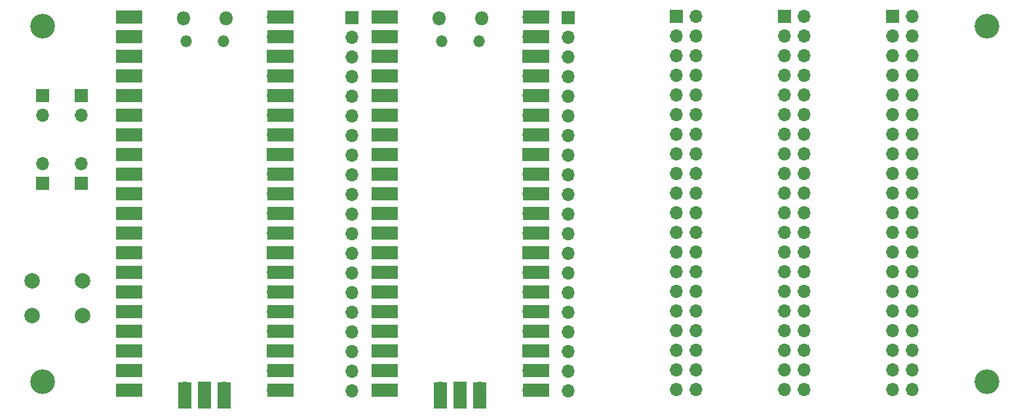
<source format=gbr>
%TF.GenerationSoftware,KiCad,Pcbnew,(6.0.8)*%
%TF.CreationDate,2022-10-02T10:43:25+09:00*%
%TF.ProjectId,KiCad,4b694361-642e-46b6-9963-61645f706362,rev?*%
%TF.SameCoordinates,Original*%
%TF.FileFunction,Soldermask,Top*%
%TF.FilePolarity,Negative*%
%FSLAX46Y46*%
G04 Gerber Fmt 4.6, Leading zero omitted, Abs format (unit mm)*
G04 Created by KiCad (PCBNEW (6.0.8)) date 2022-10-02 10:43:25*
%MOMM*%
%LPD*%
G01*
G04 APERTURE LIST*
%ADD10O,1.500000X1.500000*%
%ADD11O,1.800000X1.800000*%
%ADD12O,1.700000X1.700000*%
%ADD13R,3.500000X1.700000*%
%ADD14R,1.700000X1.700000*%
%ADD15R,1.700000X3.500000*%
%ADD16C,3.200000*%
%ADD17C,2.000000*%
G04 APERTURE END LIST*
D10*
%TO.C,U1*%
X129425000Y-61030000D03*
D11*
X129725000Y-58000000D03*
D10*
X124575000Y-61030000D03*
D11*
X124275000Y-58000000D03*
D12*
X118110000Y-57870000D03*
D13*
X117210000Y-57870000D03*
D12*
X118110000Y-60410000D03*
D13*
X117210000Y-60410000D03*
X117210000Y-62950000D03*
D14*
X118110000Y-62950000D03*
D12*
X118110000Y-65490000D03*
D13*
X117210000Y-65490000D03*
D12*
X118110000Y-68030000D03*
D13*
X117210000Y-68030000D03*
D12*
X118110000Y-70570000D03*
D13*
X117210000Y-70570000D03*
D12*
X118110000Y-73110000D03*
D13*
X117210000Y-73110000D03*
D14*
X118110000Y-75650000D03*
D13*
X117210000Y-75650000D03*
D12*
X118110000Y-78190000D03*
D13*
X117210000Y-78190000D03*
X117210000Y-80730000D03*
D12*
X118110000Y-80730000D03*
D13*
X117210000Y-83270000D03*
D12*
X118110000Y-83270000D03*
D13*
X117210000Y-85810000D03*
D12*
X118110000Y-85810000D03*
D14*
X118110000Y-88350000D03*
D13*
X117210000Y-88350000D03*
D12*
X118110000Y-90890000D03*
D13*
X117210000Y-90890000D03*
D12*
X118110000Y-93430000D03*
D13*
X117210000Y-93430000D03*
X117210000Y-95970000D03*
D12*
X118110000Y-95970000D03*
X118110000Y-98510000D03*
D13*
X117210000Y-98510000D03*
X117210000Y-101050000D03*
D14*
X118110000Y-101050000D03*
D13*
X117210000Y-103590000D03*
D12*
X118110000Y-103590000D03*
D13*
X117210000Y-106130000D03*
D12*
X118110000Y-106130000D03*
X135890000Y-106130000D03*
D13*
X136790000Y-106130000D03*
X136790000Y-103590000D03*
D12*
X135890000Y-103590000D03*
D14*
X135890000Y-101050000D03*
D13*
X136790000Y-101050000D03*
X136790000Y-98510000D03*
D12*
X135890000Y-98510000D03*
D13*
X136790000Y-95970000D03*
D12*
X135890000Y-95970000D03*
X135890000Y-93430000D03*
D13*
X136790000Y-93430000D03*
D12*
X135890000Y-90890000D03*
D13*
X136790000Y-90890000D03*
D14*
X135890000Y-88350000D03*
D13*
X136790000Y-88350000D03*
D12*
X135890000Y-85810000D03*
D13*
X136790000Y-85810000D03*
X136790000Y-83270000D03*
D12*
X135890000Y-83270000D03*
X135890000Y-80730000D03*
D13*
X136790000Y-80730000D03*
D12*
X135890000Y-78190000D03*
D13*
X136790000Y-78190000D03*
X136790000Y-75650000D03*
D14*
X135890000Y-75650000D03*
D12*
X135890000Y-73110000D03*
D13*
X136790000Y-73110000D03*
D12*
X135890000Y-70570000D03*
D13*
X136790000Y-70570000D03*
X136790000Y-68030000D03*
D12*
X135890000Y-68030000D03*
D13*
X136790000Y-65490000D03*
D12*
X135890000Y-65490000D03*
D13*
X136790000Y-62950000D03*
D14*
X135890000Y-62950000D03*
D13*
X136790000Y-60410000D03*
D12*
X135890000Y-60410000D03*
X135890000Y-57870000D03*
D13*
X136790000Y-57870000D03*
D15*
X124460000Y-106800000D03*
D12*
X124460000Y-105900000D03*
D15*
X127000000Y-106800000D03*
D14*
X127000000Y-105900000D03*
D12*
X129540000Y-105900000D03*
D15*
X129540000Y-106800000D03*
%TD*%
D10*
%TO.C,U2*%
X96405000Y-61030000D03*
X91555000Y-61030000D03*
D11*
X91255000Y-58000000D03*
X96705000Y-58000000D03*
D13*
X84190000Y-57870000D03*
D12*
X85090000Y-57870000D03*
D13*
X84190000Y-60410000D03*
D12*
X85090000Y-60410000D03*
D14*
X85090000Y-62950000D03*
D13*
X84190000Y-62950000D03*
D12*
X85090000Y-65490000D03*
D13*
X84190000Y-65490000D03*
X84190000Y-68030000D03*
D12*
X85090000Y-68030000D03*
D13*
X84190000Y-70570000D03*
D12*
X85090000Y-70570000D03*
X85090000Y-73110000D03*
D13*
X84190000Y-73110000D03*
D14*
X85090000Y-75650000D03*
D13*
X84190000Y-75650000D03*
D12*
X85090000Y-78190000D03*
D13*
X84190000Y-78190000D03*
D12*
X85090000Y-80730000D03*
D13*
X84190000Y-80730000D03*
X84190000Y-83270000D03*
D12*
X85090000Y-83270000D03*
D13*
X84190000Y-85810000D03*
D12*
X85090000Y-85810000D03*
D14*
X85090000Y-88350000D03*
D13*
X84190000Y-88350000D03*
X84190000Y-90890000D03*
D12*
X85090000Y-90890000D03*
X85090000Y-93430000D03*
D13*
X84190000Y-93430000D03*
X84190000Y-95970000D03*
D12*
X85090000Y-95970000D03*
X85090000Y-98510000D03*
D13*
X84190000Y-98510000D03*
X84190000Y-101050000D03*
D14*
X85090000Y-101050000D03*
D12*
X85090000Y-103590000D03*
D13*
X84190000Y-103590000D03*
X84190000Y-106130000D03*
D12*
X85090000Y-106130000D03*
X102870000Y-106130000D03*
D13*
X103770000Y-106130000D03*
X103770000Y-103590000D03*
D12*
X102870000Y-103590000D03*
D14*
X102870000Y-101050000D03*
D13*
X103770000Y-101050000D03*
D12*
X102870000Y-98510000D03*
D13*
X103770000Y-98510000D03*
D12*
X102870000Y-95970000D03*
D13*
X103770000Y-95970000D03*
X103770000Y-93430000D03*
D12*
X102870000Y-93430000D03*
D13*
X103770000Y-90890000D03*
D12*
X102870000Y-90890000D03*
D14*
X102870000Y-88350000D03*
D13*
X103770000Y-88350000D03*
X103770000Y-85810000D03*
D12*
X102870000Y-85810000D03*
X102870000Y-83270000D03*
D13*
X103770000Y-83270000D03*
X103770000Y-80730000D03*
D12*
X102870000Y-80730000D03*
D13*
X103770000Y-78190000D03*
D12*
X102870000Y-78190000D03*
D13*
X103770000Y-75650000D03*
D14*
X102870000Y-75650000D03*
D13*
X103770000Y-73110000D03*
D12*
X102870000Y-73110000D03*
D13*
X103770000Y-70570000D03*
D12*
X102870000Y-70570000D03*
X102870000Y-68030000D03*
D13*
X103770000Y-68030000D03*
X103770000Y-65490000D03*
D12*
X102870000Y-65490000D03*
D14*
X102870000Y-62950000D03*
D13*
X103770000Y-62950000D03*
D12*
X102870000Y-60410000D03*
D13*
X103770000Y-60410000D03*
D12*
X102870000Y-57870000D03*
D13*
X103770000Y-57870000D03*
D12*
X91440000Y-105900000D03*
D15*
X91440000Y-106800000D03*
X93980000Y-106800000D03*
D14*
X93980000Y-105900000D03*
D12*
X96520000Y-105900000D03*
D15*
X96520000Y-106800000D03*
%TD*%
D16*
%TO.C,H2*%
X73000000Y-59000000D03*
%TD*%
D14*
%TO.C,JP3*%
X73000000Y-79340000D03*
D12*
X73000000Y-76800000D03*
%TD*%
%TO.C,J4*%
X113030000Y-106160000D03*
X113030000Y-103620000D03*
X113030000Y-101080000D03*
X113030000Y-98540000D03*
X113030000Y-96000000D03*
X113030000Y-93460000D03*
X113030000Y-90920000D03*
X113030000Y-88380000D03*
X113030000Y-85840000D03*
X113030000Y-83300000D03*
X113030000Y-80760000D03*
X113030000Y-78220000D03*
X113030000Y-75680000D03*
X113030000Y-73140000D03*
X113030000Y-70600000D03*
X113030000Y-68060000D03*
X113030000Y-65520000D03*
X113030000Y-62980000D03*
X113030000Y-60440000D03*
D14*
X113030000Y-57900000D03*
%TD*%
%TO.C,JP1*%
X78000000Y-68000000D03*
D12*
X78000000Y-70540000D03*
%TD*%
D14*
%TO.C,J1*%
X182875000Y-57785000D03*
D12*
X182875000Y-60325000D03*
X182875000Y-62865000D03*
X182875000Y-65405000D03*
X182875000Y-67945000D03*
X182875000Y-70485000D03*
X182875000Y-73025000D03*
X182875000Y-75565000D03*
X182875000Y-78105000D03*
X182875000Y-80645000D03*
X182875000Y-83185000D03*
X182875000Y-85725000D03*
X182875000Y-88265000D03*
X182875000Y-90805000D03*
X182875000Y-93345000D03*
X182875000Y-95885000D03*
X182875000Y-98425000D03*
X182875000Y-100965000D03*
X182875000Y-103505000D03*
X182875000Y-106045000D03*
X185415000Y-106045000D03*
X185415000Y-103505000D03*
X185415000Y-100965000D03*
X185415000Y-98425000D03*
X185415000Y-95885000D03*
X185415000Y-93345000D03*
X185415000Y-90805000D03*
X185415000Y-88265000D03*
X185415000Y-85725000D03*
X185415000Y-83185000D03*
X185415000Y-80645000D03*
X185415000Y-78105000D03*
X185415000Y-75565000D03*
X185415000Y-73025000D03*
X185415000Y-70485000D03*
X185415000Y-67945000D03*
X185415000Y-65405000D03*
X185415000Y-62865000D03*
X185415000Y-60325000D03*
X185415000Y-57785000D03*
%TD*%
%TO.C,JP4*%
X78000000Y-76800000D03*
D14*
X78000000Y-79340000D03*
%TD*%
D17*
%TO.C,SW1*%
X71680000Y-91984000D03*
X78180000Y-91984000D03*
X71680000Y-96484000D03*
X78180000Y-96484000D03*
%TD*%
D14*
%TO.C,J2*%
X168910000Y-57785000D03*
D12*
X168910000Y-60325000D03*
X168910000Y-62865000D03*
X168910000Y-65405000D03*
X168910000Y-67945000D03*
X168910000Y-70485000D03*
X168910000Y-73025000D03*
X168910000Y-75565000D03*
X168910000Y-78105000D03*
X168910000Y-80645000D03*
X168910000Y-83185000D03*
X168910000Y-85725000D03*
X168910000Y-88265000D03*
X168910000Y-90805000D03*
X168910000Y-93345000D03*
X168910000Y-95885000D03*
X168910000Y-98425000D03*
X168910000Y-100965000D03*
X168910000Y-103505000D03*
X168910000Y-106045000D03*
X171450000Y-106045000D03*
X171450000Y-103505000D03*
X171450000Y-100965000D03*
X171450000Y-98425000D03*
X171450000Y-95885000D03*
X171450000Y-93345000D03*
X171450000Y-90805000D03*
X171450000Y-88265000D03*
X171450000Y-85725000D03*
X171450000Y-83185000D03*
X171450000Y-80645000D03*
X171450000Y-78105000D03*
X171450000Y-75565000D03*
X171450000Y-73025000D03*
X171450000Y-70485000D03*
X171450000Y-67945000D03*
X171450000Y-65405000D03*
X171450000Y-62865000D03*
X171450000Y-60325000D03*
X171450000Y-57785000D03*
%TD*%
D16*
%TO.C,H4*%
X195000000Y-105000000D03*
%TD*%
D14*
%TO.C,J3*%
X154935000Y-57785000D03*
D12*
X154935000Y-60325000D03*
X154935000Y-62865000D03*
X154935000Y-65405000D03*
X154935000Y-67945000D03*
X154935000Y-70485000D03*
X154935000Y-73025000D03*
X154935000Y-75565000D03*
X154935000Y-78105000D03*
X154935000Y-80645000D03*
X154935000Y-83185000D03*
X154935000Y-85725000D03*
X154935000Y-88265000D03*
X154935000Y-90805000D03*
X154935000Y-93345000D03*
X154935000Y-95885000D03*
X154935000Y-98425000D03*
X154935000Y-100965000D03*
X154935000Y-103505000D03*
X154935000Y-106045000D03*
X157475000Y-106045000D03*
X157475000Y-103505000D03*
X157475000Y-100965000D03*
X157475000Y-98425000D03*
X157475000Y-95885000D03*
X157475000Y-93345000D03*
X157475000Y-90805000D03*
X157475000Y-88265000D03*
X157475000Y-85725000D03*
X157475000Y-83185000D03*
X157475000Y-80645000D03*
X157475000Y-78105000D03*
X157475000Y-75565000D03*
X157475000Y-73025000D03*
X157475000Y-70485000D03*
X157475000Y-67945000D03*
X157475000Y-65405000D03*
X157475000Y-62865000D03*
X157475000Y-60325000D03*
X157475000Y-57785000D03*
%TD*%
D14*
%TO.C,JP2*%
X73000000Y-68000000D03*
D12*
X73000000Y-70540000D03*
%TD*%
D14*
%TO.C,J5*%
X140970000Y-57900000D03*
D12*
X140970000Y-60440000D03*
X140970000Y-62980000D03*
X140970000Y-65520000D03*
X140970000Y-68060000D03*
X140970000Y-70600000D03*
X140970000Y-73140000D03*
X140970000Y-75680000D03*
X140970000Y-78220000D03*
X140970000Y-80760000D03*
X140970000Y-83300000D03*
X140970000Y-85840000D03*
X140970000Y-88380000D03*
X140970000Y-90920000D03*
X140970000Y-93460000D03*
X140970000Y-96000000D03*
X140970000Y-98540000D03*
X140970000Y-101080000D03*
X140970000Y-103620000D03*
X140970000Y-106160000D03*
%TD*%
D16*
%TO.C,H1*%
X195000000Y-59000000D03*
%TD*%
%TO.C,H3*%
X73000000Y-105000000D03*
%TD*%
M02*

</source>
